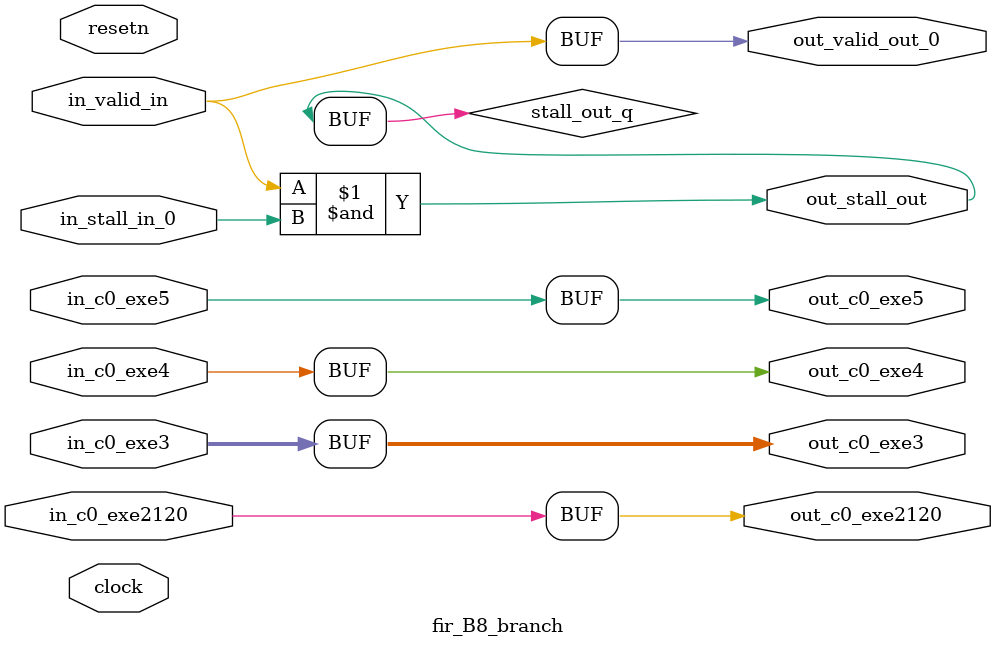
<source format=sv>



(* altera_attribute = "-name AUTO_SHIFT_REGISTER_RECOGNITION OFF; -name MESSAGE_DISABLE 10036; -name MESSAGE_DISABLE 10037; -name MESSAGE_DISABLE 14130; -name MESSAGE_DISABLE 14320; -name MESSAGE_DISABLE 15400; -name MESSAGE_DISABLE 14130; -name MESSAGE_DISABLE 10036; -name MESSAGE_DISABLE 12020; -name MESSAGE_DISABLE 12030; -name MESSAGE_DISABLE 12010; -name MESSAGE_DISABLE 12110; -name MESSAGE_DISABLE 14320; -name MESSAGE_DISABLE 13410; -name MESSAGE_DISABLE 113007; -name MESSAGE_DISABLE 10958" *)
module fir_B8_branch (
    input wire [0:0] in_c0_exe2120,
    input wire [31:0] in_c0_exe3,
    input wire [0:0] in_c0_exe4,
    input wire [0:0] in_c0_exe5,
    input wire [0:0] in_stall_in_0,
    input wire [0:0] in_valid_in,
    output wire [0:0] out_c0_exe2120,
    output wire [31:0] out_c0_exe3,
    output wire [0:0] out_c0_exe4,
    output wire [0:0] out_c0_exe5,
    output wire [0:0] out_stall_out,
    output wire [0:0] out_valid_out_0,
    input wire clock,
    input wire resetn
    );

    wire [0:0] stall_out_q;


    // out_c0_exe2120(GPOUT,8)
    assign out_c0_exe2120 = in_c0_exe2120;

    // out_c0_exe3(GPOUT,9)
    assign out_c0_exe3 = in_c0_exe3;

    // out_c0_exe4(GPOUT,10)
    assign out_c0_exe4 = in_c0_exe4;

    // out_c0_exe5(GPOUT,11)
    assign out_c0_exe5 = in_c0_exe5;

    // stall_out(LOGICAL,14)
    assign stall_out_q = in_valid_in & in_stall_in_0;

    // out_stall_out(GPOUT,12)
    assign out_stall_out = stall_out_q;

    // out_valid_out_0(GPOUT,13)
    assign out_valid_out_0 = in_valid_in;

endmodule

</source>
